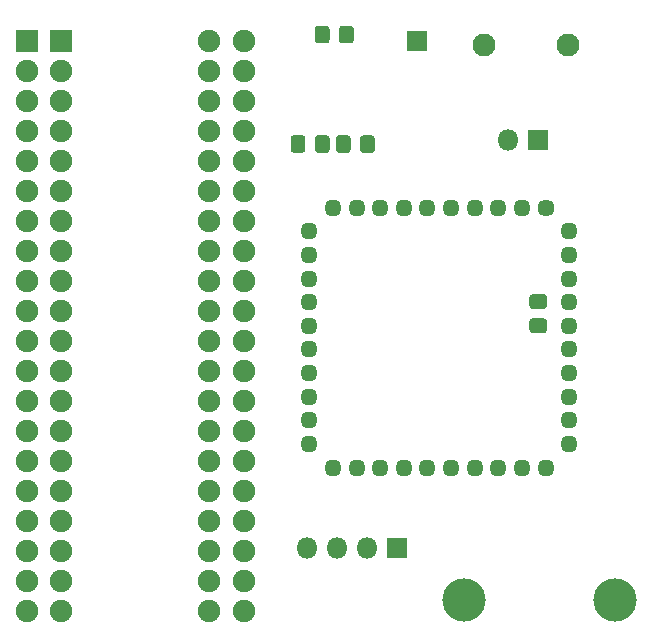
<source format=gbs>
G04 #@! TF.GenerationSoftware,KiCad,Pcbnew,(5.1.6)-1*
G04 #@! TF.CreationDate,2022-08-20T08:16:05-04:00*
G04 #@! TF.ProjectId,amiga-2000-usb-kb-stamp,616d6967-612d-4323-9030-302d7573622d,rev?*
G04 #@! TF.SameCoordinates,Original*
G04 #@! TF.FileFunction,Soldermask,Bot*
G04 #@! TF.FilePolarity,Negative*
%FSLAX46Y46*%
G04 Gerber Fmt 4.6, Leading zero omitted, Abs format (unit mm)*
G04 Created by KiCad (PCBNEW (5.1.6)-1) date 2022-08-20 08:16:05*
%MOMM*%
%LPD*%
G01*
G04 APERTURE LIST*
%ADD10C,1.950000*%
%ADD11R,1.900000X1.900000*%
%ADD12C,1.900000*%
%ADD13R,1.800000X1.800000*%
%ADD14C,3.670000*%
%ADD15O,1.800000X1.800000*%
%ADD16O,1.450000X1.450000*%
%ADD17C,1.450000*%
G04 APERTURE END LIST*
G36*
G01*
X160282000Y-76356738D02*
X160282000Y-77313262D01*
G75*
G02*
X160010262Y-77585000I-271738J0D01*
G01*
X159303738Y-77585000D01*
G75*
G02*
X159032000Y-77313262I0J271738D01*
G01*
X159032000Y-76356738D01*
G75*
G02*
X159303738Y-76085000I271738J0D01*
G01*
X160010262Y-76085000D01*
G75*
G02*
X160282000Y-76356738I0J-271738D01*
G01*
G37*
G36*
G01*
X158232000Y-76356738D02*
X158232000Y-77313262D01*
G75*
G02*
X157960262Y-77585000I-271738J0D01*
G01*
X157253738Y-77585000D01*
G75*
G02*
X156982000Y-77313262I0J271738D01*
G01*
X156982000Y-76356738D01*
G75*
G02*
X157253738Y-76085000I271738J0D01*
G01*
X157960262Y-76085000D01*
G75*
G02*
X158232000Y-76356738I0J-271738D01*
G01*
G37*
G36*
G01*
X154404000Y-76356738D02*
X154404000Y-77313262D01*
G75*
G02*
X154132262Y-77585000I-271738J0D01*
G01*
X153425738Y-77585000D01*
G75*
G02*
X153154000Y-77313262I0J271738D01*
G01*
X153154000Y-76356738D01*
G75*
G02*
X153425738Y-76085000I271738J0D01*
G01*
X154132262Y-76085000D01*
G75*
G02*
X154404000Y-76356738I0J-271738D01*
G01*
G37*
G36*
G01*
X156454000Y-76356738D02*
X156454000Y-77313262D01*
G75*
G02*
X156182262Y-77585000I-271738J0D01*
G01*
X155475738Y-77585000D01*
G75*
G02*
X155204000Y-77313262I0J271738D01*
G01*
X155204000Y-76356738D01*
G75*
G02*
X155475738Y-76085000I271738J0D01*
G01*
X156182262Y-76085000D01*
G75*
G02*
X156454000Y-76356738I0J-271738D01*
G01*
G37*
D10*
X176676000Y-68453000D03*
X169526000Y-68453000D03*
D11*
X130810000Y-68072000D03*
D12*
X130810000Y-70612000D03*
X130810000Y-73152000D03*
X130810000Y-75692000D03*
X130810000Y-78232000D03*
X130810000Y-80772000D03*
X130810000Y-83312000D03*
X130810000Y-85852000D03*
X130810000Y-88392000D03*
X130810000Y-90932000D03*
X130810000Y-93472000D03*
X130810000Y-96012000D03*
X130810000Y-98552000D03*
X130810000Y-101092000D03*
X130810000Y-103632000D03*
X130810000Y-106172000D03*
X130810000Y-108712000D03*
X130810000Y-111252000D03*
X130810000Y-113792000D03*
X130810000Y-116332000D03*
X146250000Y-116332000D03*
X146250000Y-113792000D03*
X146250000Y-111252000D03*
X146250000Y-108712000D03*
X146250000Y-106172000D03*
X146250000Y-103632000D03*
X146250000Y-101092000D03*
X146250000Y-98552000D03*
X146250000Y-96012000D03*
X146250000Y-93472000D03*
X146250000Y-90932000D03*
X146250000Y-88392000D03*
X146250000Y-85852000D03*
X146250000Y-83312000D03*
X146250000Y-80772000D03*
X146250000Y-78232000D03*
X146250000Y-75692000D03*
X146250000Y-73152000D03*
X146250000Y-70612000D03*
X146250000Y-68072000D03*
X149171000Y-68072000D03*
X149171000Y-70612000D03*
X149171000Y-73152000D03*
X149171000Y-75692000D03*
X149171000Y-78232000D03*
X149171000Y-80772000D03*
X149171000Y-83312000D03*
X149171000Y-85852000D03*
X149171000Y-88392000D03*
X149171000Y-90932000D03*
X149171000Y-93472000D03*
X149171000Y-96012000D03*
X149171000Y-98552000D03*
X149171000Y-101092000D03*
X149171000Y-103632000D03*
X149171000Y-106172000D03*
X149171000Y-108712000D03*
X149171000Y-111252000D03*
X149171000Y-113792000D03*
X149171000Y-116332000D03*
X133731000Y-116332000D03*
X133731000Y-113792000D03*
X133731000Y-111252000D03*
X133731000Y-108712000D03*
X133731000Y-106172000D03*
X133731000Y-103632000D03*
X133731000Y-101092000D03*
X133731000Y-98552000D03*
X133731000Y-96012000D03*
X133731000Y-93472000D03*
X133731000Y-90932000D03*
X133731000Y-88392000D03*
X133731000Y-85852000D03*
X133731000Y-83312000D03*
X133731000Y-80772000D03*
X133731000Y-78232000D03*
X133731000Y-75692000D03*
X133731000Y-73152000D03*
X133731000Y-70612000D03*
D11*
X133731000Y-68072000D03*
D13*
X163830000Y-68072000D03*
D14*
X167844000Y-115419000D03*
X180644000Y-115419000D03*
D13*
X174117000Y-76454000D03*
D15*
X171577000Y-76454000D03*
G36*
G01*
X158495000Y-67085738D02*
X158495000Y-68042262D01*
G75*
G02*
X158223262Y-68314000I-271738J0D01*
G01*
X157516738Y-68314000D01*
G75*
G02*
X157245000Y-68042262I0J271738D01*
G01*
X157245000Y-67085738D01*
G75*
G02*
X157516738Y-66814000I271738J0D01*
G01*
X158223262Y-66814000D01*
G75*
G02*
X158495000Y-67085738I0J-271738D01*
G01*
G37*
G36*
G01*
X156445000Y-67085738D02*
X156445000Y-68042262D01*
G75*
G02*
X156173262Y-68314000I-271738J0D01*
G01*
X155466738Y-68314000D01*
G75*
G02*
X155195000Y-68042262I0J271738D01*
G01*
X155195000Y-67085738D01*
G75*
G02*
X155466738Y-66814000I271738J0D01*
G01*
X156173262Y-66814000D01*
G75*
G02*
X156445000Y-67085738I0J-271738D01*
G01*
G37*
G36*
G01*
X173638738Y-91595000D02*
X174595262Y-91595000D01*
G75*
G02*
X174867000Y-91866738I0J-271738D01*
G01*
X174867000Y-92573262D01*
G75*
G02*
X174595262Y-92845000I-271738J0D01*
G01*
X173638738Y-92845000D01*
G75*
G02*
X173367000Y-92573262I0J271738D01*
G01*
X173367000Y-91866738D01*
G75*
G02*
X173638738Y-91595000I271738J0D01*
G01*
G37*
G36*
G01*
X173638738Y-89545000D02*
X174595262Y-89545000D01*
G75*
G02*
X174867000Y-89816738I0J-271738D01*
G01*
X174867000Y-90523262D01*
G75*
G02*
X174595262Y-90795000I-271738J0D01*
G01*
X173638738Y-90795000D01*
G75*
G02*
X173367000Y-90523262I0J271738D01*
G01*
X173367000Y-89816738D01*
G75*
G02*
X173638738Y-89545000I271738J0D01*
G01*
G37*
D16*
X176735000Y-84218000D03*
X176735000Y-86218000D03*
X176735000Y-88218000D03*
X176735000Y-90218000D03*
X176735000Y-92218000D03*
X176735000Y-94218000D03*
X176735000Y-96218000D03*
X176735000Y-98218000D03*
X176735000Y-100218000D03*
X176735000Y-102218000D03*
X174735000Y-104218000D03*
X172735000Y-104218000D03*
X170735000Y-104218000D03*
X168735000Y-104218000D03*
X166735000Y-104218000D03*
X164735000Y-104218000D03*
X162735000Y-104218000D03*
X160735000Y-104218000D03*
X158735000Y-104218000D03*
X156735000Y-104218000D03*
X154735000Y-102218000D03*
X154735000Y-100218000D03*
X154735000Y-98218000D03*
X154735000Y-96218000D03*
X154735000Y-94218000D03*
X154735000Y-92218000D03*
X154735000Y-90218000D03*
X154735000Y-88218000D03*
X154735000Y-86218000D03*
X154735000Y-84218000D03*
X156735000Y-82218000D03*
X158735000Y-82218000D03*
X160735000Y-82218000D03*
X162735000Y-82218000D03*
X164735000Y-82218000D03*
X166735000Y-82218000D03*
X168735000Y-82218000D03*
X170735000Y-82218000D03*
X172735000Y-82218000D03*
D17*
X174735000Y-82218000D03*
D13*
X162179000Y-110998000D03*
D15*
X159639000Y-110998000D03*
X157099000Y-110998000D03*
X154559000Y-110998000D03*
M02*

</source>
